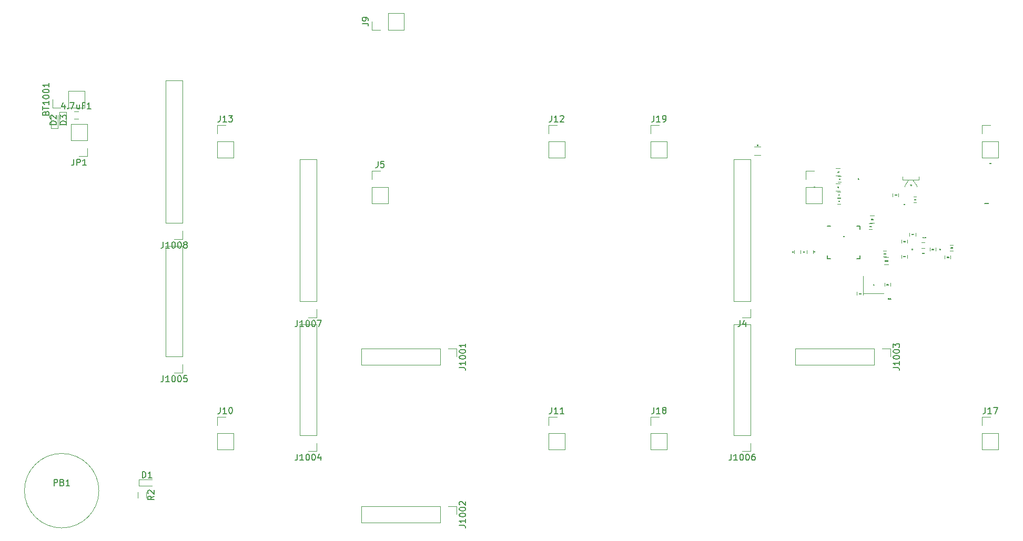
<source format=gbr>
G04 #@! TF.FileFunction,Legend,Top*
%FSLAX46Y46*%
G04 Gerber Fmt 4.6, Leading zero omitted, Abs format (unit mm)*
G04 Created by KiCad (PCBNEW 4.0.5) date 04/12/17 15:12:10*
%MOMM*%
%LPD*%
G01*
G04 APERTURE LIST*
%ADD10C,0.100000*%
%ADD11C,0.150000*%
%ADD12C,0.120000*%
%ADD13C,0.025400*%
%ADD14C,0.031750*%
G04 APERTURE END LIST*
D10*
D11*
X134832000Y51520000D02*
X134832000Y50995000D01*
X129582000Y46270000D02*
X129582000Y46795000D01*
X134832000Y46270000D02*
X134832000Y46795000D01*
X129582000Y51520000D02*
X130107000Y51520000D01*
X129582000Y46270000D02*
X130107000Y46270000D01*
X134832000Y46270000D02*
X134307000Y46270000D01*
X134832000Y51520000D02*
X134307000Y51520000D01*
D12*
X56264500Y57785000D02*
X56264500Y55185000D01*
X56264500Y55185000D02*
X58924500Y55185000D01*
X58924500Y55185000D02*
X58924500Y57785000D01*
X58924500Y57785000D02*
X56264500Y57785000D01*
X56264500Y59055000D02*
X56264500Y60385000D01*
X56264500Y60385000D02*
X57594500Y60385000D01*
X31372500Y65151000D02*
X31372500Y62551000D01*
X31372500Y62551000D02*
X34032500Y62551000D01*
X34032500Y62551000D02*
X34032500Y65151000D01*
X34032500Y65151000D02*
X31372500Y65151000D01*
X31372500Y66421000D02*
X31372500Y67751000D01*
X31372500Y67751000D02*
X32702500Y67751000D01*
X126114500Y57785000D02*
X126114500Y55185000D01*
X126114500Y55185000D02*
X128774500Y55185000D01*
X128774500Y55185000D02*
X128774500Y57785000D01*
X128774500Y57785000D02*
X126114500Y57785000D01*
X126114500Y59055000D02*
X126114500Y60385000D01*
X126114500Y60385000D02*
X127444500Y60385000D01*
X10474000Y65341500D02*
X10474000Y67941500D01*
X10474000Y67941500D02*
X7814000Y67941500D01*
X7814000Y67941500D02*
X7814000Y65341500D01*
X7814000Y65341500D02*
X10474000Y65341500D01*
X10474000Y64071500D02*
X10474000Y62741500D01*
X10474000Y62741500D02*
X9144000Y62741500D01*
X8349500Y69942000D02*
X9049500Y69942000D01*
X9049500Y68742000D02*
X8349500Y68742000D01*
X124307500Y47621000D02*
X124307500Y47121000D01*
X125247500Y47121000D02*
X125247500Y47621000D01*
X125323500Y47621000D02*
X125323500Y47121000D01*
X126263500Y47121000D02*
X126263500Y47621000D01*
X126339500Y47621000D02*
X126339500Y47121000D01*
X127279500Y47121000D02*
X127279500Y47621000D01*
X131195000Y55029000D02*
X131695000Y55029000D01*
X131695000Y55969000D02*
X131195000Y55969000D01*
X131668000Y57185000D02*
X130968000Y57185000D01*
X130968000Y58385000D02*
X131668000Y58385000D01*
X131195000Y56045000D02*
X131695000Y56045000D01*
X131695000Y56985000D02*
X131195000Y56985000D01*
X131322000Y58585000D02*
X131822000Y58585000D01*
X131822000Y59525000D02*
X131322000Y59525000D01*
X131668000Y59598000D02*
X130968000Y59598000D01*
X130968000Y60798000D02*
X131668000Y60798000D01*
X137129000Y51978000D02*
X136429000Y51978000D01*
X136429000Y53178000D02*
X137129000Y53178000D01*
X136275000Y50965000D02*
X136775000Y50965000D01*
X136775000Y51905000D02*
X136275000Y51905000D01*
X138561000Y46596200D02*
X139061000Y46596200D01*
X139061000Y47536200D02*
X138561000Y47536200D01*
X134378600Y40877300D02*
X134378600Y40377300D01*
X135318600Y40377300D02*
X135318600Y40877300D01*
X138795660Y42330180D02*
X138795660Y41830180D01*
X139735660Y41830180D02*
X139735660Y42330180D01*
X143950500Y56223000D02*
X143450500Y56223000D01*
X143450500Y55283000D02*
X143950500Y55283000D01*
X140119000Y56765000D02*
X140119000Y56265000D01*
X141059000Y56265000D02*
X141059000Y56765000D01*
X142849500Y50415000D02*
X142849500Y49915000D01*
X143789500Y49915000D02*
X143789500Y50415000D01*
X141516000Y49272000D02*
X141516000Y48772000D01*
X142456000Y48772000D02*
X142456000Y49272000D01*
X141516000Y46859000D02*
X141516000Y46359000D01*
X142456000Y46359000D02*
X142456000Y46859000D01*
X144784000Y47917000D02*
X145284000Y47917000D01*
X145284000Y48857000D02*
X144784000Y48857000D01*
X147028000Y47502000D02*
X147028000Y48002000D01*
X146088000Y48002000D02*
X146088000Y47502000D01*
X148501000Y46732000D02*
X148501000Y46232000D01*
X149441000Y46232000D02*
X149441000Y46732000D01*
X149356000Y47536000D02*
X149856000Y47536000D01*
X149856000Y48476000D02*
X149356000Y48476000D01*
X18766000Y10672700D02*
X18766000Y9672700D01*
X18766000Y9672700D02*
X20866000Y9672700D01*
X18766000Y10672700D02*
X20866000Y10672700D01*
X7090500Y69880000D02*
X5990500Y69880000D01*
X5990500Y69880000D02*
X5990500Y67780000D01*
X7090500Y69880000D02*
X7090500Y67780000D01*
X4593500Y67280000D02*
X5693500Y67280000D01*
X5693500Y67280000D02*
X5693500Y69380000D01*
X4593500Y67280000D02*
X4593500Y69380000D01*
X58864500Y83125000D02*
X61464500Y83125000D01*
X61464500Y83125000D02*
X61464500Y85785000D01*
X61464500Y85785000D02*
X58864500Y85785000D01*
X58864500Y85785000D02*
X58864500Y83125000D01*
X57594500Y83125000D02*
X56264500Y83125000D01*
X56264500Y83125000D02*
X56264500Y84455000D01*
X31372500Y18161000D02*
X31372500Y15561000D01*
X31372500Y15561000D02*
X34032500Y15561000D01*
X34032500Y15561000D02*
X34032500Y18161000D01*
X34032500Y18161000D02*
X31372500Y18161000D01*
X31372500Y19431000D02*
X31372500Y20761000D01*
X31372500Y20761000D02*
X32702500Y20761000D01*
X84712500Y18161000D02*
X84712500Y15561000D01*
X84712500Y15561000D02*
X87372500Y15561000D01*
X87372500Y15561000D02*
X87372500Y18161000D01*
X87372500Y18161000D02*
X84712500Y18161000D01*
X84712500Y19431000D02*
X84712500Y20761000D01*
X84712500Y20761000D02*
X86042500Y20761000D01*
X84712500Y65151000D02*
X84712500Y62551000D01*
X84712500Y62551000D02*
X87372500Y62551000D01*
X87372500Y62551000D02*
X87372500Y65151000D01*
X87372500Y65151000D02*
X84712500Y65151000D01*
X84712500Y66421000D02*
X84712500Y67751000D01*
X84712500Y67751000D02*
X86042500Y67751000D01*
X154499000Y65151000D02*
X154499000Y62551000D01*
X154499000Y62551000D02*
X157159000Y62551000D01*
X157159000Y62551000D02*
X157159000Y65151000D01*
X157159000Y65151000D02*
X154499000Y65151000D01*
X154499000Y66421000D02*
X154499000Y67751000D01*
X154499000Y67751000D02*
X155829000Y67751000D01*
X154499000Y18161000D02*
X154499000Y15561000D01*
X154499000Y15561000D02*
X157159000Y15561000D01*
X157159000Y15561000D02*
X157159000Y18161000D01*
X157159000Y18161000D02*
X154499000Y18161000D01*
X154499000Y19431000D02*
X154499000Y20761000D01*
X154499000Y20761000D02*
X155829000Y20761000D01*
X101159000Y18161000D02*
X101159000Y15561000D01*
X101159000Y15561000D02*
X103819000Y15561000D01*
X103819000Y15561000D02*
X103819000Y18161000D01*
X103819000Y18161000D02*
X101159000Y18161000D01*
X101159000Y19431000D02*
X101159000Y20761000D01*
X101159000Y20761000D02*
X102489000Y20761000D01*
X101159000Y65151000D02*
X101159000Y62551000D01*
X101159000Y62551000D02*
X103819000Y62551000D01*
X103819000Y62551000D02*
X103819000Y65151000D01*
X103819000Y65151000D02*
X101159000Y65151000D01*
X101159000Y66421000D02*
X101159000Y67751000D01*
X101159000Y67751000D02*
X102489000Y67751000D01*
D13*
X12344413Y8890000D02*
G75*
G03X12344413Y8890000I-5994413J0D01*
G01*
D12*
X18624000Y7691500D02*
X18624000Y8691500D01*
X19984000Y8691500D02*
X19984000Y7691500D01*
X117864000Y64307000D02*
X118864000Y64307000D01*
X118864000Y62947000D02*
X117864000Y62947000D01*
X135383000Y43449700D02*
X135383000Y40649700D01*
X135383000Y40649700D02*
X138683000Y40649700D01*
X144304500Y59450000D02*
X144304500Y58950000D01*
X144304500Y58950000D02*
X141704500Y58950000D01*
X141704500Y58950000D02*
X141704500Y59450000D01*
X143354500Y58950000D02*
X143954500Y58050000D01*
X143954500Y58050000D02*
X143954500Y57850000D01*
X142654500Y58950000D02*
X142054500Y58050000D01*
X142054500Y58050000D02*
X142054500Y57850000D01*
X139415000Y45323200D02*
X138715000Y45323200D01*
X138715000Y46523200D02*
X139415000Y46523200D01*
X117217500Y39370000D02*
X117217500Y62290000D01*
X117217500Y62290000D02*
X114557500Y62290000D01*
X114557500Y62290000D02*
X114557500Y39370000D01*
X114557500Y39370000D02*
X117217500Y39370000D01*
X117217500Y38100000D02*
X117217500Y36770000D01*
X117217500Y36770000D02*
X115887500Y36770000D01*
X67310000Y31810000D02*
X54550000Y31810000D01*
X54550000Y31810000D02*
X54550000Y29150000D01*
X54550000Y29150000D02*
X67310000Y29150000D01*
X67310000Y29150000D02*
X67310000Y31810000D01*
X68580000Y31810000D02*
X69910000Y31810000D01*
X69910000Y31810000D02*
X69910000Y30480000D01*
X67310000Y6410000D02*
X54550000Y6410000D01*
X54550000Y6410000D02*
X54550000Y3750000D01*
X54550000Y3750000D02*
X67310000Y3750000D01*
X67310000Y3750000D02*
X67310000Y6410000D01*
X68580000Y6410000D02*
X69910000Y6410000D01*
X69910000Y6410000D02*
X69910000Y5080000D01*
X137160000Y31810000D02*
X124400000Y31810000D01*
X124400000Y31810000D02*
X124400000Y29150000D01*
X124400000Y29150000D02*
X137160000Y29150000D01*
X137160000Y29150000D02*
X137160000Y31810000D01*
X138430000Y31810000D02*
X139760000Y31810000D01*
X139760000Y31810000D02*
X139760000Y30480000D01*
X47367500Y17843500D02*
X47367500Y35683500D01*
X47367500Y35683500D02*
X44707500Y35683500D01*
X44707500Y35683500D02*
X44707500Y17843500D01*
X44707500Y17843500D02*
X47367500Y17843500D01*
X47367500Y16573500D02*
X47367500Y15243500D01*
X47367500Y15243500D02*
X46037500Y15243500D01*
X25777500Y30480000D02*
X25777500Y48320000D01*
X25777500Y48320000D02*
X23117500Y48320000D01*
X23117500Y48320000D02*
X23117500Y30480000D01*
X23117500Y30480000D02*
X25777500Y30480000D01*
X25777500Y29210000D02*
X25777500Y27880000D01*
X25777500Y27880000D02*
X24447500Y27880000D01*
X117217500Y17843500D02*
X117217500Y35683500D01*
X117217500Y35683500D02*
X114557500Y35683500D01*
X114557500Y35683500D02*
X114557500Y17843500D01*
X114557500Y17843500D02*
X117217500Y17843500D01*
X117217500Y16573500D02*
X117217500Y15243500D01*
X117217500Y15243500D02*
X115887500Y15243500D01*
X47367500Y39370000D02*
X47367500Y62290000D01*
X47367500Y62290000D02*
X44707500Y62290000D01*
X44707500Y62290000D02*
X44707500Y39370000D01*
X44707500Y39370000D02*
X47367500Y39370000D01*
X47367500Y38100000D02*
X47367500Y36770000D01*
X47367500Y36770000D02*
X46037500Y36770000D01*
X25777500Y52006500D02*
X25777500Y74926500D01*
X25777500Y74926500D02*
X23117500Y74926500D01*
X23117500Y74926500D02*
X23117500Y52006500D01*
X23117500Y52006500D02*
X25777500Y52006500D01*
X25777500Y50736500D02*
X25777500Y49406500D01*
X25777500Y49406500D02*
X24447500Y49406500D01*
X7467600Y70577400D02*
X10067600Y70577400D01*
X10067600Y70577400D02*
X10067600Y73237400D01*
X10067600Y73237400D02*
X7467600Y73237400D01*
X7467600Y73237400D02*
X7467600Y70577400D01*
X6197600Y70577400D02*
X4867600Y70577400D01*
X4867600Y70577400D02*
X4867600Y71907400D01*
D14*
X154869905Y55158333D02*
X154930382Y55158333D01*
X154857810Y55122048D02*
X154900144Y55249048D01*
X154942477Y55122048D01*
X154984810Y55188571D02*
X155027143Y55188571D01*
X155045286Y55122048D02*
X154984810Y55122048D01*
X154984810Y55249048D01*
X155045286Y55249048D01*
X155166239Y55122048D02*
X155093667Y55122048D01*
X155129953Y55122048D02*
X155129953Y55249048D01*
X155117858Y55230905D01*
X155105763Y55218810D01*
X155093667Y55212762D01*
X155244858Y55249048D02*
X155256953Y55249048D01*
X155269048Y55243000D01*
X155275096Y55236952D01*
X155281143Y55224857D01*
X155287191Y55200667D01*
X155287191Y55170429D01*
X155281143Y55146238D01*
X155275096Y55134143D01*
X155269048Y55128095D01*
X155256953Y55122048D01*
X155244858Y55122048D01*
X155232762Y55128095D01*
X155226715Y55134143D01*
X155220667Y55146238D01*
X155214619Y55170429D01*
X155214619Y55200667D01*
X155220667Y55224857D01*
X155226715Y55236952D01*
X155232762Y55243000D01*
X155244858Y55249048D01*
X155365810Y55249048D02*
X155377905Y55249048D01*
X155390000Y55243000D01*
X155396048Y55236952D01*
X155402095Y55224857D01*
X155408143Y55200667D01*
X155408143Y55170429D01*
X155402095Y55146238D01*
X155396048Y55134143D01*
X155390000Y55128095D01*
X155377905Y55122048D01*
X155365810Y55122048D01*
X155353714Y55128095D01*
X155347667Y55134143D01*
X155341619Y55146238D01*
X155335571Y55170429D01*
X155335571Y55200667D01*
X155341619Y55224857D01*
X155347667Y55236952D01*
X155353714Y55243000D01*
X155365810Y55249048D01*
X155529095Y55122048D02*
X155456523Y55122048D01*
X155492809Y55122048D02*
X155492809Y55249048D01*
X155480714Y55230905D01*
X155468619Y55218810D01*
X155456523Y55212762D01*
X132115318Y49929748D02*
X132115318Y49826938D01*
X132121366Y49814843D01*
X132127413Y49808795D01*
X132139509Y49802748D01*
X132163699Y49802748D01*
X132175794Y49808795D01*
X132181842Y49814843D01*
X132187890Y49826938D01*
X132187890Y49929748D01*
X132314890Y49802748D02*
X132242318Y49802748D01*
X132278604Y49802748D02*
X132278604Y49929748D01*
X132266509Y49911605D01*
X132254414Y49899510D01*
X132242318Y49893462D01*
D11*
X57261167Y61932619D02*
X57261167Y61218333D01*
X57213547Y61075476D01*
X57118309Y60980238D01*
X56975452Y60932619D01*
X56880214Y60932619D01*
X58213548Y61932619D02*
X57737357Y61932619D01*
X57689738Y61456429D01*
X57737357Y61504048D01*
X57832595Y61551667D01*
X58070691Y61551667D01*
X58165929Y61504048D01*
X58213548Y61456429D01*
X58261167Y61361190D01*
X58261167Y61123095D01*
X58213548Y61027857D01*
X58165929Y60980238D01*
X58070691Y60932619D01*
X57832595Y60932619D01*
X57737357Y60980238D01*
X57689738Y61027857D01*
X31892977Y69298619D02*
X31892977Y68584333D01*
X31845357Y68441476D01*
X31750119Y68346238D01*
X31607262Y68298619D01*
X31512024Y68298619D01*
X32892977Y68298619D02*
X32321548Y68298619D01*
X32607262Y68298619D02*
X32607262Y69298619D01*
X32512024Y69155762D01*
X32416786Y69060524D01*
X32321548Y69012905D01*
X33226310Y69298619D02*
X33845358Y69298619D01*
X33512024Y68917667D01*
X33654882Y68917667D01*
X33750120Y68870048D01*
X33797739Y68822429D01*
X33845358Y68727190D01*
X33845358Y68489095D01*
X33797739Y68393857D01*
X33750120Y68346238D01*
X33654882Y68298619D01*
X33369167Y68298619D01*
X33273929Y68346238D01*
X33226310Y68393857D01*
D14*
X127359471Y57869788D02*
X127359471Y57779073D01*
X127353423Y57760930D01*
X127341328Y57748835D01*
X127323185Y57742788D01*
X127311090Y57742788D01*
X127413899Y57857692D02*
X127419947Y57863740D01*
X127432042Y57869788D01*
X127462280Y57869788D01*
X127474376Y57863740D01*
X127480423Y57857692D01*
X127486471Y57845597D01*
X127486471Y57833502D01*
X127480423Y57815359D01*
X127407852Y57742788D01*
X127486471Y57742788D01*
X127565090Y57869788D02*
X127577185Y57869788D01*
X127589280Y57863740D01*
X127595328Y57857692D01*
X127601375Y57845597D01*
X127607423Y57821407D01*
X127607423Y57791169D01*
X127601375Y57766978D01*
X127595328Y57754883D01*
X127589280Y57748835D01*
X127577185Y57742788D01*
X127565090Y57742788D01*
X127552994Y57748835D01*
X127546947Y57754883D01*
X127540899Y57766978D01*
X127534851Y57791169D01*
X127534851Y57821407D01*
X127540899Y57845597D01*
X127546947Y57857692D01*
X127552994Y57863740D01*
X127565090Y57869788D01*
D11*
X8310667Y62289119D02*
X8310667Y61574833D01*
X8263047Y61431976D01*
X8167809Y61336738D01*
X8024952Y61289119D01*
X7929714Y61289119D01*
X8786857Y61289119D02*
X8786857Y62289119D01*
X9167810Y62289119D01*
X9263048Y62241500D01*
X9310667Y62193881D01*
X9358286Y62098643D01*
X9358286Y61955786D01*
X9310667Y61860548D01*
X9263048Y61812929D01*
X9167810Y61765310D01*
X8786857Y61765310D01*
X10310667Y61289119D02*
X9739238Y61289119D01*
X10024952Y61289119D02*
X10024952Y62289119D01*
X9929714Y62146262D01*
X9834476Y62051024D01*
X9739238Y62003405D01*
X6818548Y71056286D02*
X6818548Y70389619D01*
X6580452Y71437238D02*
X6342357Y70722952D01*
X6961405Y70722952D01*
X7342357Y70484857D02*
X7389976Y70437238D01*
X7342357Y70389619D01*
X7294738Y70437238D01*
X7342357Y70484857D01*
X7342357Y70389619D01*
X7723309Y71389619D02*
X8389976Y71389619D01*
X7961404Y70389619D01*
X9199500Y71056286D02*
X9199500Y70389619D01*
X8770928Y71056286D02*
X8770928Y70532476D01*
X8818547Y70437238D01*
X8913785Y70389619D01*
X9056643Y70389619D01*
X9151881Y70437238D01*
X9199500Y70484857D01*
X10009024Y70913429D02*
X9675690Y70913429D01*
X9675690Y70389619D02*
X9675690Y71389619D01*
X10151881Y71389619D01*
X11056643Y70389619D02*
X10485214Y70389619D01*
X10770928Y70389619D02*
X10770928Y71389619D01*
X10675690Y71246762D01*
X10580452Y71151524D01*
X10485214Y71103905D01*
D14*
X123981634Y47300243D02*
X123975586Y47294195D01*
X123957443Y47288148D01*
X123945348Y47288148D01*
X123927205Y47294195D01*
X123915110Y47306290D01*
X123909062Y47318386D01*
X123903014Y47342576D01*
X123903014Y47360719D01*
X123909062Y47384910D01*
X123915110Y47397005D01*
X123927205Y47409100D01*
X123945348Y47415148D01*
X123957443Y47415148D01*
X123975586Y47409100D01*
X123981634Y47403052D01*
X124030014Y47403052D02*
X124036062Y47409100D01*
X124048157Y47415148D01*
X124078395Y47415148D01*
X124090491Y47409100D01*
X124096538Y47403052D01*
X124102586Y47390957D01*
X124102586Y47378862D01*
X124096538Y47360719D01*
X124023967Y47288148D01*
X124102586Y47288148D01*
X125785034Y47300243D02*
X125778986Y47294195D01*
X125760843Y47288148D01*
X125748748Y47288148D01*
X125730605Y47294195D01*
X125718510Y47306290D01*
X125712462Y47318386D01*
X125706414Y47342576D01*
X125706414Y47360719D01*
X125712462Y47384910D01*
X125718510Y47397005D01*
X125730605Y47409100D01*
X125748748Y47415148D01*
X125760843Y47415148D01*
X125778986Y47409100D01*
X125785034Y47403052D01*
X125827367Y47415148D02*
X125905986Y47415148D01*
X125863653Y47366767D01*
X125881795Y47366767D01*
X125893891Y47360719D01*
X125899938Y47354671D01*
X125905986Y47342576D01*
X125905986Y47312338D01*
X125899938Y47300243D01*
X125893891Y47294195D01*
X125881795Y47288148D01*
X125845510Y47288148D01*
X125833414Y47294195D01*
X125827367Y47300243D01*
X127461434Y47325643D02*
X127455386Y47319595D01*
X127437243Y47313548D01*
X127425148Y47313548D01*
X127407005Y47319595D01*
X127394910Y47331690D01*
X127388862Y47343786D01*
X127382814Y47367976D01*
X127382814Y47386119D01*
X127388862Y47410310D01*
X127394910Y47422405D01*
X127407005Y47434500D01*
X127425148Y47440548D01*
X127437243Y47440548D01*
X127455386Y47434500D01*
X127461434Y47428452D01*
X127570291Y47398214D02*
X127570291Y47313548D01*
X127540053Y47446595D02*
X127509814Y47355881D01*
X127588434Y47355881D01*
X131423834Y55453643D02*
X131417786Y55447595D01*
X131399643Y55441548D01*
X131387548Y55441548D01*
X131369405Y55447595D01*
X131357310Y55459690D01*
X131351262Y55471786D01*
X131345214Y55495976D01*
X131345214Y55514119D01*
X131351262Y55538310D01*
X131357310Y55550405D01*
X131369405Y55562500D01*
X131387548Y55568548D01*
X131399643Y55568548D01*
X131417786Y55562500D01*
X131423834Y55556452D01*
X131538738Y55568548D02*
X131478262Y55568548D01*
X131472214Y55508071D01*
X131478262Y55514119D01*
X131490357Y55520167D01*
X131520595Y55520167D01*
X131532691Y55514119D01*
X131538738Y55508071D01*
X131544786Y55495976D01*
X131544786Y55465738D01*
X131538738Y55453643D01*
X131532691Y55447595D01*
X131520595Y55441548D01*
X131490357Y55441548D01*
X131478262Y55447595D01*
X131472214Y55453643D01*
X131296834Y57734563D02*
X131290786Y57728515D01*
X131272643Y57722468D01*
X131260548Y57722468D01*
X131242405Y57728515D01*
X131230310Y57740610D01*
X131224262Y57752706D01*
X131218214Y57776896D01*
X131218214Y57795039D01*
X131224262Y57819230D01*
X131230310Y57831325D01*
X131242405Y57843420D01*
X131260548Y57849468D01*
X131272643Y57849468D01*
X131290786Y57843420D01*
X131296834Y57837372D01*
X131405691Y57849468D02*
X131381500Y57849468D01*
X131369405Y57843420D01*
X131363357Y57837372D01*
X131351262Y57819230D01*
X131345214Y57795039D01*
X131345214Y57746658D01*
X131351262Y57734563D01*
X131357310Y57728515D01*
X131369405Y57722468D01*
X131393595Y57722468D01*
X131405691Y57728515D01*
X131411738Y57734563D01*
X131417786Y57746658D01*
X131417786Y57776896D01*
X131411738Y57788991D01*
X131405691Y57795039D01*
X131393595Y57801087D01*
X131369405Y57801087D01*
X131357310Y57795039D01*
X131351262Y57788991D01*
X131345214Y57776896D01*
X131423834Y56469643D02*
X131417786Y56463595D01*
X131399643Y56457548D01*
X131387548Y56457548D01*
X131369405Y56463595D01*
X131357310Y56475690D01*
X131351262Y56487786D01*
X131345214Y56511976D01*
X131345214Y56530119D01*
X131351262Y56554310D01*
X131357310Y56566405D01*
X131369405Y56578500D01*
X131387548Y56584548D01*
X131399643Y56584548D01*
X131417786Y56578500D01*
X131423834Y56572452D01*
X131466167Y56584548D02*
X131550834Y56584548D01*
X131496405Y56457548D01*
X131550834Y59014723D02*
X131544786Y59008675D01*
X131526643Y59002628D01*
X131514548Y59002628D01*
X131496405Y59008675D01*
X131484310Y59020770D01*
X131478262Y59032866D01*
X131472214Y59057056D01*
X131472214Y59075199D01*
X131478262Y59099390D01*
X131484310Y59111485D01*
X131496405Y59123580D01*
X131514548Y59129628D01*
X131526643Y59129628D01*
X131544786Y59123580D01*
X131550834Y59117532D01*
X131623405Y59075199D02*
X131611310Y59081247D01*
X131605262Y59087294D01*
X131599214Y59099390D01*
X131599214Y59105437D01*
X131605262Y59117532D01*
X131611310Y59123580D01*
X131623405Y59129628D01*
X131647595Y59129628D01*
X131659691Y59123580D01*
X131665738Y59117532D01*
X131671786Y59105437D01*
X131671786Y59099390D01*
X131665738Y59087294D01*
X131659691Y59081247D01*
X131647595Y59075199D01*
X131623405Y59075199D01*
X131611310Y59069151D01*
X131605262Y59063104D01*
X131599214Y59051009D01*
X131599214Y59026818D01*
X131605262Y59014723D01*
X131611310Y59008675D01*
X131623405Y59002628D01*
X131647595Y59002628D01*
X131659691Y59008675D01*
X131665738Y59014723D01*
X131671786Y59026818D01*
X131671786Y59051009D01*
X131665738Y59063104D01*
X131659691Y59069151D01*
X131647595Y59075199D01*
X131306994Y60167883D02*
X131300946Y60161835D01*
X131282803Y60155788D01*
X131270708Y60155788D01*
X131252565Y60161835D01*
X131240470Y60173930D01*
X131234422Y60186026D01*
X131228374Y60210216D01*
X131228374Y60228359D01*
X131234422Y60252550D01*
X131240470Y60264645D01*
X131252565Y60276740D01*
X131270708Y60282788D01*
X131282803Y60282788D01*
X131300946Y60276740D01*
X131306994Y60270692D01*
X131367470Y60155788D02*
X131391660Y60155788D01*
X131403755Y60161835D01*
X131409803Y60167883D01*
X131421898Y60186026D01*
X131427946Y60210216D01*
X131427946Y60258597D01*
X131421898Y60270692D01*
X131415851Y60276740D01*
X131403755Y60282788D01*
X131379565Y60282788D01*
X131367470Y60276740D01*
X131361422Y60270692D01*
X131355374Y60258597D01*
X131355374Y60228359D01*
X131361422Y60216264D01*
X131367470Y60210216D01*
X131379565Y60204169D01*
X131403755Y60204169D01*
X131415851Y60210216D01*
X131421898Y60216264D01*
X131427946Y60228359D01*
X136697358Y52532643D02*
X136691310Y52526595D01*
X136673167Y52520548D01*
X136661072Y52520548D01*
X136642929Y52526595D01*
X136630834Y52538690D01*
X136624786Y52550786D01*
X136618738Y52574976D01*
X136618738Y52593119D01*
X136624786Y52617310D01*
X136630834Y52629405D01*
X136642929Y52641500D01*
X136661072Y52647548D01*
X136673167Y52647548D01*
X136691310Y52641500D01*
X136697358Y52635452D01*
X136818310Y52520548D02*
X136745738Y52520548D01*
X136782024Y52520548D02*
X136782024Y52647548D01*
X136769929Y52629405D01*
X136757834Y52617310D01*
X136745738Y52611262D01*
X136896929Y52647548D02*
X136909024Y52647548D01*
X136921119Y52641500D01*
X136927167Y52635452D01*
X136933214Y52623357D01*
X136939262Y52599167D01*
X136939262Y52568929D01*
X136933214Y52544738D01*
X136927167Y52532643D01*
X136921119Y52526595D01*
X136909024Y52520548D01*
X136896929Y52520548D01*
X136884833Y52526595D01*
X136878786Y52532643D01*
X136872738Y52544738D01*
X136866690Y52568929D01*
X136866690Y52599167D01*
X136872738Y52623357D01*
X136878786Y52635452D01*
X136884833Y52641500D01*
X136896929Y52647548D01*
X136458598Y51399803D02*
X136452550Y51393755D01*
X136434407Y51387708D01*
X136422312Y51387708D01*
X136404169Y51393755D01*
X136392074Y51405850D01*
X136386026Y51417946D01*
X136379978Y51442136D01*
X136379978Y51460279D01*
X136386026Y51484470D01*
X136392074Y51496565D01*
X136404169Y51508660D01*
X136422312Y51514708D01*
X136434407Y51514708D01*
X136452550Y51508660D01*
X136458598Y51502612D01*
X136579550Y51387708D02*
X136506978Y51387708D01*
X136543264Y51387708D02*
X136543264Y51514708D01*
X136531169Y51496565D01*
X136519074Y51484470D01*
X136506978Y51478422D01*
X136700502Y51387708D02*
X136627930Y51387708D01*
X136664216Y51387708D02*
X136664216Y51514708D01*
X136652121Y51496565D01*
X136640026Y51484470D01*
X136627930Y51478422D01*
X138729358Y47020843D02*
X138723310Y47014795D01*
X138705167Y47008748D01*
X138693072Y47008748D01*
X138674929Y47014795D01*
X138662834Y47026890D01*
X138656786Y47038986D01*
X138650738Y47063176D01*
X138650738Y47081319D01*
X138656786Y47105510D01*
X138662834Y47117605D01*
X138674929Y47129700D01*
X138693072Y47135748D01*
X138705167Y47135748D01*
X138723310Y47129700D01*
X138729358Y47123652D01*
X138850310Y47008748D02*
X138777738Y47008748D01*
X138814024Y47008748D02*
X138814024Y47135748D01*
X138801929Y47117605D01*
X138789834Y47105510D01*
X138777738Y47099462D01*
X138898690Y47123652D02*
X138904738Y47129700D01*
X138916833Y47135748D01*
X138947071Y47135748D01*
X138959167Y47129700D01*
X138965214Y47123652D01*
X138971262Y47111557D01*
X138971262Y47099462D01*
X138965214Y47081319D01*
X138892643Y47008748D01*
X138971262Y47008748D01*
X134769498Y40579403D02*
X134763450Y40573355D01*
X134745307Y40567308D01*
X134733212Y40567308D01*
X134715069Y40573355D01*
X134702974Y40585450D01*
X134696926Y40597546D01*
X134690878Y40621736D01*
X134690878Y40639879D01*
X134696926Y40664070D01*
X134702974Y40676165D01*
X134715069Y40688260D01*
X134733212Y40694308D01*
X134745307Y40694308D01*
X134763450Y40688260D01*
X134769498Y40682212D01*
X134890450Y40567308D02*
X134817878Y40567308D01*
X134854164Y40567308D02*
X134854164Y40694308D01*
X134842069Y40676165D01*
X134829974Y40664070D01*
X134817878Y40658022D01*
X134932783Y40694308D02*
X135011402Y40694308D01*
X134969069Y40645927D01*
X134987211Y40645927D01*
X134999307Y40639879D01*
X135005354Y40633831D01*
X135011402Y40621736D01*
X135011402Y40591498D01*
X135005354Y40579403D01*
X134999307Y40573355D01*
X134987211Y40567308D01*
X134950926Y40567308D01*
X134938830Y40573355D01*
X134932783Y40579403D01*
X139186558Y42034823D02*
X139180510Y42028775D01*
X139162367Y42022728D01*
X139150272Y42022728D01*
X139132129Y42028775D01*
X139120034Y42040870D01*
X139113986Y42052966D01*
X139107938Y42077156D01*
X139107938Y42095299D01*
X139113986Y42119490D01*
X139120034Y42131585D01*
X139132129Y42143680D01*
X139150272Y42149728D01*
X139162367Y42149728D01*
X139180510Y42143680D01*
X139186558Y42137632D01*
X139307510Y42022728D02*
X139234938Y42022728D01*
X139271224Y42022728D02*
X139271224Y42149728D01*
X139259129Y42131585D01*
X139247034Y42119490D01*
X139234938Y42113442D01*
X139416367Y42107394D02*
X139416367Y42022728D01*
X139386129Y42155775D02*
X139355890Y42065061D01*
X139434510Y42065061D01*
X143621398Y55712723D02*
X143615350Y55706675D01*
X143597207Y55700628D01*
X143585112Y55700628D01*
X143566969Y55706675D01*
X143554874Y55718770D01*
X143548826Y55730866D01*
X143542778Y55755056D01*
X143542778Y55773199D01*
X143548826Y55797390D01*
X143554874Y55809485D01*
X143566969Y55821580D01*
X143585112Y55827628D01*
X143597207Y55827628D01*
X143615350Y55821580D01*
X143621398Y55815532D01*
X143742350Y55700628D02*
X143669778Y55700628D01*
X143706064Y55700628D02*
X143706064Y55827628D01*
X143693969Y55809485D01*
X143681874Y55797390D01*
X143669778Y55791342D01*
X143857254Y55827628D02*
X143796778Y55827628D01*
X143790730Y55767151D01*
X143796778Y55773199D01*
X143808873Y55779247D01*
X143839111Y55779247D01*
X143851207Y55773199D01*
X143857254Y55767151D01*
X143863302Y55755056D01*
X143863302Y55724818D01*
X143857254Y55712723D01*
X143851207Y55706675D01*
X143839111Y55700628D01*
X143808873Y55700628D01*
X143796778Y55706675D01*
X143790730Y55712723D01*
X140507358Y56469643D02*
X140501310Y56463595D01*
X140483167Y56457548D01*
X140471072Y56457548D01*
X140452929Y56463595D01*
X140440834Y56475690D01*
X140434786Y56487786D01*
X140428738Y56511976D01*
X140428738Y56530119D01*
X140434786Y56554310D01*
X140440834Y56566405D01*
X140452929Y56578500D01*
X140471072Y56584548D01*
X140483167Y56584548D01*
X140501310Y56578500D01*
X140507358Y56572452D01*
X140628310Y56457548D02*
X140555738Y56457548D01*
X140592024Y56457548D02*
X140592024Y56584548D01*
X140579929Y56566405D01*
X140567834Y56554310D01*
X140555738Y56548262D01*
X140737167Y56584548D02*
X140712976Y56584548D01*
X140700881Y56578500D01*
X140694833Y56572452D01*
X140682738Y56554310D01*
X140676690Y56530119D01*
X140676690Y56481738D01*
X140682738Y56469643D01*
X140688786Y56463595D01*
X140700881Y56457548D01*
X140725071Y56457548D01*
X140737167Y56463595D01*
X140743214Y56469643D01*
X140749262Y56481738D01*
X140749262Y56511976D01*
X140743214Y56524071D01*
X140737167Y56530119D01*
X140725071Y56536167D01*
X140700881Y56536167D01*
X140688786Y56530119D01*
X140682738Y56524071D01*
X140676690Y56511976D01*
X143237858Y50122183D02*
X143231810Y50116135D01*
X143213667Y50110088D01*
X143201572Y50110088D01*
X143183429Y50116135D01*
X143171334Y50128230D01*
X143165286Y50140326D01*
X143159238Y50164516D01*
X143159238Y50182659D01*
X143165286Y50206850D01*
X143171334Y50218945D01*
X143183429Y50231040D01*
X143201572Y50237088D01*
X143213667Y50237088D01*
X143231810Y50231040D01*
X143237858Y50224992D01*
X143358810Y50110088D02*
X143286238Y50110088D01*
X143322524Y50110088D02*
X143322524Y50237088D01*
X143310429Y50218945D01*
X143298334Y50206850D01*
X143286238Y50200802D01*
X143401143Y50237088D02*
X143485810Y50237088D01*
X143431381Y50110088D01*
X141909438Y48976643D02*
X141903390Y48970595D01*
X141885247Y48964548D01*
X141873152Y48964548D01*
X141855009Y48970595D01*
X141842914Y48982690D01*
X141836866Y48994786D01*
X141830818Y49018976D01*
X141830818Y49037119D01*
X141836866Y49061310D01*
X141842914Y49073405D01*
X141855009Y49085500D01*
X141873152Y49091548D01*
X141885247Y49091548D01*
X141903390Y49085500D01*
X141909438Y49079452D01*
X142030390Y48964548D02*
X141957818Y48964548D01*
X141994104Y48964548D02*
X141994104Y49091548D01*
X141982009Y49073405D01*
X141969914Y49061310D01*
X141957818Y49055262D01*
X142102961Y49037119D02*
X142090866Y49043167D01*
X142084818Y49049214D01*
X142078770Y49061310D01*
X142078770Y49067357D01*
X142084818Y49079452D01*
X142090866Y49085500D01*
X142102961Y49091548D01*
X142127151Y49091548D01*
X142139247Y49085500D01*
X142145294Y49079452D01*
X142151342Y49067357D01*
X142151342Y49061310D01*
X142145294Y49049214D01*
X142139247Y49043167D01*
X142127151Y49037119D01*
X142102961Y49037119D01*
X142090866Y49031071D01*
X142084818Y49025024D01*
X142078770Y49012929D01*
X142078770Y48988738D01*
X142084818Y48976643D01*
X142090866Y48970595D01*
X142102961Y48964548D01*
X142127151Y48964548D01*
X142139247Y48970595D01*
X142145294Y48976643D01*
X142151342Y48988738D01*
X142151342Y49012929D01*
X142145294Y49025024D01*
X142139247Y49031071D01*
X142127151Y49037119D01*
X141904358Y46563643D02*
X141898310Y46557595D01*
X141880167Y46551548D01*
X141868072Y46551548D01*
X141849929Y46557595D01*
X141837834Y46569690D01*
X141831786Y46581786D01*
X141825738Y46605976D01*
X141825738Y46624119D01*
X141831786Y46648310D01*
X141837834Y46660405D01*
X141849929Y46672500D01*
X141868072Y46678548D01*
X141880167Y46678548D01*
X141898310Y46672500D01*
X141904358Y46666452D01*
X142025310Y46551548D02*
X141952738Y46551548D01*
X141989024Y46551548D02*
X141989024Y46678548D01*
X141976929Y46660405D01*
X141964834Y46648310D01*
X141952738Y46642262D01*
X142085786Y46551548D02*
X142109976Y46551548D01*
X142122071Y46557595D01*
X142128119Y46563643D01*
X142140214Y46581786D01*
X142146262Y46605976D01*
X142146262Y46654357D01*
X142140214Y46666452D01*
X142134167Y46672500D01*
X142122071Y46678548D01*
X142097881Y46678548D01*
X142085786Y46672500D01*
X142079738Y46666452D01*
X142073690Y46654357D01*
X142073690Y46624119D01*
X142079738Y46612024D01*
X142085786Y46605976D01*
X142097881Y46599929D01*
X142122071Y46599929D01*
X142134167Y46605976D01*
X142140214Y46612024D01*
X142146262Y46624119D01*
X144952358Y47071643D02*
X144946310Y47065595D01*
X144928167Y47059548D01*
X144916072Y47059548D01*
X144897929Y47065595D01*
X144885834Y47077690D01*
X144879786Y47089786D01*
X144873738Y47113976D01*
X144873738Y47132119D01*
X144879786Y47156310D01*
X144885834Y47168405D01*
X144897929Y47180500D01*
X144916072Y47186548D01*
X144928167Y47186548D01*
X144946310Y47180500D01*
X144952358Y47174452D01*
X145000738Y47174452D02*
X145006786Y47180500D01*
X145018881Y47186548D01*
X145049119Y47186548D01*
X145061215Y47180500D01*
X145067262Y47174452D01*
X145073310Y47162357D01*
X145073310Y47150262D01*
X145067262Y47132119D01*
X144994691Y47059548D01*
X145073310Y47059548D01*
X145151929Y47186548D02*
X145164024Y47186548D01*
X145176119Y47180500D01*
X145182167Y47174452D01*
X145188214Y47162357D01*
X145194262Y47138167D01*
X145194262Y47107929D01*
X145188214Y47083738D01*
X145182167Y47071643D01*
X145176119Y47065595D01*
X145164024Y47059548D01*
X145151929Y47059548D01*
X145139833Y47065595D01*
X145133786Y47071643D01*
X145127738Y47083738D01*
X145121690Y47107929D01*
X145121690Y47138167D01*
X145127738Y47162357D01*
X145133786Y47174452D01*
X145139833Y47180500D01*
X145151929Y47186548D01*
X146476358Y47706643D02*
X146470310Y47700595D01*
X146452167Y47694548D01*
X146440072Y47694548D01*
X146421929Y47700595D01*
X146409834Y47712690D01*
X146403786Y47724786D01*
X146397738Y47748976D01*
X146397738Y47767119D01*
X146403786Y47791310D01*
X146409834Y47803405D01*
X146421929Y47815500D01*
X146440072Y47821548D01*
X146452167Y47821548D01*
X146470310Y47815500D01*
X146476358Y47809452D01*
X146524738Y47809452D02*
X146530786Y47815500D01*
X146542881Y47821548D01*
X146573119Y47821548D01*
X146585215Y47815500D01*
X146591262Y47809452D01*
X146597310Y47797357D01*
X146597310Y47785262D01*
X146591262Y47767119D01*
X146518691Y47694548D01*
X146597310Y47694548D01*
X146718262Y47694548D02*
X146645690Y47694548D01*
X146681976Y47694548D02*
X146681976Y47821548D01*
X146669881Y47803405D01*
X146657786Y47791310D01*
X146645690Y47785262D01*
X148889358Y46436643D02*
X148883310Y46430595D01*
X148865167Y46424548D01*
X148853072Y46424548D01*
X148834929Y46430595D01*
X148822834Y46442690D01*
X148816786Y46454786D01*
X148810738Y46478976D01*
X148810738Y46497119D01*
X148816786Y46521310D01*
X148822834Y46533405D01*
X148834929Y46545500D01*
X148853072Y46551548D01*
X148865167Y46551548D01*
X148883310Y46545500D01*
X148889358Y46539452D01*
X148937738Y46539452D02*
X148943786Y46545500D01*
X148955881Y46551548D01*
X148986119Y46551548D01*
X148998215Y46545500D01*
X149004262Y46539452D01*
X149010310Y46527357D01*
X149010310Y46515262D01*
X149004262Y46497119D01*
X148931691Y46424548D01*
X149010310Y46424548D01*
X149058690Y46539452D02*
X149064738Y46545500D01*
X149076833Y46551548D01*
X149107071Y46551548D01*
X149119167Y46545500D01*
X149125214Y46539452D01*
X149131262Y46527357D01*
X149131262Y46515262D01*
X149125214Y46497119D01*
X149052643Y46424548D01*
X149131262Y46424548D01*
X149498958Y47960643D02*
X149492910Y47954595D01*
X149474767Y47948548D01*
X149462672Y47948548D01*
X149444529Y47954595D01*
X149432434Y47966690D01*
X149426386Y47978786D01*
X149420338Y48002976D01*
X149420338Y48021119D01*
X149426386Y48045310D01*
X149432434Y48057405D01*
X149444529Y48069500D01*
X149462672Y48075548D01*
X149474767Y48075548D01*
X149492910Y48069500D01*
X149498958Y48063452D01*
X149547338Y48063452D02*
X149553386Y48069500D01*
X149565481Y48075548D01*
X149595719Y48075548D01*
X149607815Y48069500D01*
X149613862Y48063452D01*
X149619910Y48051357D01*
X149619910Y48039262D01*
X149613862Y48021119D01*
X149541291Y47948548D01*
X149619910Y47948548D01*
X149662243Y48075548D02*
X149740862Y48075548D01*
X149698529Y48027167D01*
X149716671Y48027167D01*
X149728767Y48021119D01*
X149734814Y48015071D01*
X149740862Y48002976D01*
X149740862Y47972738D01*
X149734814Y47960643D01*
X149728767Y47954595D01*
X149716671Y47948548D01*
X149680386Y47948548D01*
X149668290Y47954595D01*
X149662243Y47960643D01*
D11*
X19327905Y10970319D02*
X19327905Y11970319D01*
X19566000Y11970319D01*
X19708858Y11922700D01*
X19804096Y11827462D01*
X19851715Y11732224D01*
X19899334Y11541748D01*
X19899334Y11398890D01*
X19851715Y11208414D01*
X19804096Y11113176D01*
X19708858Y11017938D01*
X19566000Y10970319D01*
X19327905Y10970319D01*
X20851715Y10970319D02*
X20280286Y10970319D01*
X20566000Y10970319D02*
X20566000Y11970319D01*
X20470762Y11827462D01*
X20375524Y11732224D01*
X20280286Y11684605D01*
X5492881Y67841905D02*
X4492881Y67841905D01*
X4492881Y68080000D01*
X4540500Y68222858D01*
X4635738Y68318096D01*
X4730976Y68365715D01*
X4921452Y68413334D01*
X5064310Y68413334D01*
X5254786Y68365715D01*
X5350024Y68318096D01*
X5445262Y68222858D01*
X5492881Y68080000D01*
X5492881Y67841905D01*
X4588119Y68794286D02*
X4540500Y68841905D01*
X4492881Y68937143D01*
X4492881Y69175239D01*
X4540500Y69270477D01*
X4588119Y69318096D01*
X4683357Y69365715D01*
X4778595Y69365715D01*
X4921452Y69318096D01*
X5492881Y68746667D01*
X5492881Y69365715D01*
X7095881Y67841905D02*
X6095881Y67841905D01*
X6095881Y68080000D01*
X6143500Y68222858D01*
X6238738Y68318096D01*
X6333976Y68365715D01*
X6524452Y68413334D01*
X6667310Y68413334D01*
X6857786Y68365715D01*
X6953024Y68318096D01*
X7048262Y68222858D01*
X7095881Y68080000D01*
X7095881Y67841905D01*
X6095881Y68746667D02*
X6095881Y69365715D01*
X6476833Y69032381D01*
X6476833Y69175239D01*
X6524452Y69270477D01*
X6572071Y69318096D01*
X6667310Y69365715D01*
X6905405Y69365715D01*
X7000643Y69318096D01*
X7048262Y69270477D01*
X7095881Y69175239D01*
X7095881Y68889524D01*
X7048262Y68794286D01*
X7000643Y68746667D01*
X54716881Y84121667D02*
X55431167Y84121667D01*
X55574024Y84074047D01*
X55669262Y83978809D01*
X55716881Y83835952D01*
X55716881Y83740714D01*
X55716881Y84645476D02*
X55716881Y84835952D01*
X55669262Y84931191D01*
X55621643Y84978810D01*
X55478786Y85074048D01*
X55288310Y85121667D01*
X54907357Y85121667D01*
X54812119Y85074048D01*
X54764500Y85026429D01*
X54716881Y84931191D01*
X54716881Y84740714D01*
X54764500Y84645476D01*
X54812119Y84597857D01*
X54907357Y84550238D01*
X55145452Y84550238D01*
X55240690Y84597857D01*
X55288310Y84645476D01*
X55335929Y84740714D01*
X55335929Y84931191D01*
X55288310Y85026429D01*
X55240690Y85074048D01*
X55145452Y85121667D01*
X31892977Y22308619D02*
X31892977Y21594333D01*
X31845357Y21451476D01*
X31750119Y21356238D01*
X31607262Y21308619D01*
X31512024Y21308619D01*
X32892977Y21308619D02*
X32321548Y21308619D01*
X32607262Y21308619D02*
X32607262Y22308619D01*
X32512024Y22165762D01*
X32416786Y22070524D01*
X32321548Y22022905D01*
X33512024Y22308619D02*
X33607263Y22308619D01*
X33702501Y22261000D01*
X33750120Y22213381D01*
X33797739Y22118143D01*
X33845358Y21927667D01*
X33845358Y21689571D01*
X33797739Y21499095D01*
X33750120Y21403857D01*
X33702501Y21356238D01*
X33607263Y21308619D01*
X33512024Y21308619D01*
X33416786Y21356238D01*
X33369167Y21403857D01*
X33321548Y21499095D01*
X33273929Y21689571D01*
X33273929Y21927667D01*
X33321548Y22118143D01*
X33369167Y22213381D01*
X33416786Y22261000D01*
X33512024Y22308619D01*
X85232977Y22308619D02*
X85232977Y21594333D01*
X85185357Y21451476D01*
X85090119Y21356238D01*
X84947262Y21308619D01*
X84852024Y21308619D01*
X86232977Y21308619D02*
X85661548Y21308619D01*
X85947262Y21308619D02*
X85947262Y22308619D01*
X85852024Y22165762D01*
X85756786Y22070524D01*
X85661548Y22022905D01*
X87185358Y21308619D02*
X86613929Y21308619D01*
X86899643Y21308619D02*
X86899643Y22308619D01*
X86804405Y22165762D01*
X86709167Y22070524D01*
X86613929Y22022905D01*
X85232977Y69298619D02*
X85232977Y68584333D01*
X85185357Y68441476D01*
X85090119Y68346238D01*
X84947262Y68298619D01*
X84852024Y68298619D01*
X86232977Y68298619D02*
X85661548Y68298619D01*
X85947262Y68298619D02*
X85947262Y69298619D01*
X85852024Y69155762D01*
X85756786Y69060524D01*
X85661548Y69012905D01*
X86613929Y69203381D02*
X86661548Y69251000D01*
X86756786Y69298619D01*
X86994882Y69298619D01*
X87090120Y69251000D01*
X87137739Y69203381D01*
X87185358Y69108143D01*
X87185358Y69012905D01*
X87137739Y68870048D01*
X86566310Y68298619D01*
X87185358Y68298619D01*
D14*
X155690631Y61669628D02*
X155690631Y61578913D01*
X155684583Y61560770D01*
X155672488Y61548675D01*
X155654345Y61542628D01*
X155642250Y61542628D01*
X155817631Y61542628D02*
X155745059Y61542628D01*
X155781345Y61542628D02*
X155781345Y61669628D01*
X155769250Y61651485D01*
X155757155Y61639390D01*
X155745059Y61633342D01*
X155926488Y61669628D02*
X155902297Y61669628D01*
X155890202Y61663580D01*
X155884154Y61657532D01*
X155872059Y61639390D01*
X155866011Y61615199D01*
X155866011Y61566818D01*
X155872059Y61554723D01*
X155878107Y61548675D01*
X155890202Y61542628D01*
X155914392Y61542628D01*
X155926488Y61548675D01*
X155932535Y61554723D01*
X155938583Y61566818D01*
X155938583Y61597056D01*
X155932535Y61609151D01*
X155926488Y61615199D01*
X155914392Y61621247D01*
X155890202Y61621247D01*
X155878107Y61615199D01*
X155872059Y61609151D01*
X155866011Y61597056D01*
D11*
X155019477Y22308619D02*
X155019477Y21594333D01*
X154971857Y21451476D01*
X154876619Y21356238D01*
X154733762Y21308619D01*
X154638524Y21308619D01*
X156019477Y21308619D02*
X155448048Y21308619D01*
X155733762Y21308619D02*
X155733762Y22308619D01*
X155638524Y22165762D01*
X155543286Y22070524D01*
X155448048Y22022905D01*
X156352810Y22308619D02*
X157019477Y22308619D01*
X156590905Y21308619D01*
X101679477Y22308619D02*
X101679477Y21594333D01*
X101631857Y21451476D01*
X101536619Y21356238D01*
X101393762Y21308619D01*
X101298524Y21308619D01*
X102679477Y21308619D02*
X102108048Y21308619D01*
X102393762Y21308619D02*
X102393762Y22308619D01*
X102298524Y22165762D01*
X102203286Y22070524D01*
X102108048Y22022905D01*
X103250905Y21880048D02*
X103155667Y21927667D01*
X103108048Y21975286D01*
X103060429Y22070524D01*
X103060429Y22118143D01*
X103108048Y22213381D01*
X103155667Y22261000D01*
X103250905Y22308619D01*
X103441382Y22308619D01*
X103536620Y22261000D01*
X103584239Y22213381D01*
X103631858Y22118143D01*
X103631858Y22070524D01*
X103584239Y21975286D01*
X103536620Y21927667D01*
X103441382Y21880048D01*
X103250905Y21880048D01*
X103155667Y21832429D01*
X103108048Y21784810D01*
X103060429Y21689571D01*
X103060429Y21499095D01*
X103108048Y21403857D01*
X103155667Y21356238D01*
X103250905Y21308619D01*
X103441382Y21308619D01*
X103536620Y21356238D01*
X103584239Y21403857D01*
X103631858Y21499095D01*
X103631858Y21689571D01*
X103584239Y21784810D01*
X103536620Y21832429D01*
X103441382Y21880048D01*
X101679477Y69298619D02*
X101679477Y68584333D01*
X101631857Y68441476D01*
X101536619Y68346238D01*
X101393762Y68298619D01*
X101298524Y68298619D01*
X102679477Y68298619D02*
X102108048Y68298619D01*
X102393762Y68298619D02*
X102393762Y69298619D01*
X102298524Y69155762D01*
X102203286Y69060524D01*
X102108048Y69012905D01*
X103155667Y68298619D02*
X103346143Y68298619D01*
X103441382Y68346238D01*
X103489001Y68393857D01*
X103584239Y68536714D01*
X103631858Y68727190D01*
X103631858Y69108143D01*
X103584239Y69203381D01*
X103536620Y69251000D01*
X103441382Y69298619D01*
X103250905Y69298619D01*
X103155667Y69251000D01*
X103108048Y69203381D01*
X103060429Y69108143D01*
X103060429Y68870048D01*
X103108048Y68774810D01*
X103155667Y68727190D01*
X103250905Y68679571D01*
X103441382Y68679571D01*
X103536620Y68727190D01*
X103584239Y68774810D01*
X103631858Y68870048D01*
D14*
X134535333Y59063588D02*
X134474857Y59063588D01*
X134474857Y59190588D01*
X134644191Y59063588D02*
X134571619Y59063588D01*
X134607905Y59063588D02*
X134607905Y59190588D01*
X134595810Y59172445D01*
X134583715Y59160350D01*
X134571619Y59154302D01*
X144946310Y49599548D02*
X144885834Y49599548D01*
X144885834Y49726548D01*
X145055168Y49599548D02*
X144982596Y49599548D01*
X145018882Y49599548D02*
X145018882Y49726548D01*
X145006787Y49708405D01*
X144994692Y49696310D01*
X144982596Y49690262D01*
X145109596Y49647929D02*
X145206358Y49647929D01*
X145260786Y49635833D02*
X145321263Y49635833D01*
X145248691Y49599548D02*
X145291025Y49726548D01*
X145333358Y49599548D01*
X145442215Y49599548D02*
X145369643Y49599548D01*
X145405929Y49599548D02*
X145405929Y49726548D01*
X145393834Y49708405D01*
X145381739Y49696310D01*
X145369643Y49690262D01*
X141914033Y54933548D02*
X141853557Y54933548D01*
X141853557Y55060548D01*
X141950319Y55048452D02*
X141956367Y55054500D01*
X141968462Y55060548D01*
X141998700Y55060548D01*
X142010796Y55054500D01*
X142016843Y55048452D01*
X142022891Y55036357D01*
X142022891Y55024262D01*
X142016843Y55006119D01*
X141944272Y54933548D01*
X142022891Y54933548D01*
X139388548Y39744348D02*
X139328072Y39744348D01*
X139328072Y39871348D01*
X139424834Y39859252D02*
X139430882Y39865300D01*
X139442977Y39871348D01*
X139473215Y39871348D01*
X139485311Y39865300D01*
X139491358Y39859252D01*
X139497406Y39847157D01*
X139497406Y39835062D01*
X139491358Y39816919D01*
X139418787Y39744348D01*
X139497406Y39744348D01*
X139521596Y39732252D02*
X139618358Y39732252D01*
X139642548Y39780633D02*
X139703025Y39780633D01*
X139630453Y39744348D02*
X139672787Y39871348D01*
X139715120Y39744348D01*
X139823977Y39744348D02*
X139751405Y39744348D01*
X139787691Y39744348D02*
X139787691Y39871348D01*
X139775596Y39853205D01*
X139763501Y39841110D01*
X139751405Y39835062D01*
X143234833Y47694548D02*
X143174357Y47694548D01*
X143174357Y47821548D01*
X143265072Y47821548D02*
X143343691Y47821548D01*
X143301358Y47773167D01*
X143319500Y47773167D01*
X143331596Y47767119D01*
X143337643Y47761071D01*
X143343691Y47748976D01*
X143343691Y47718738D01*
X143337643Y47706643D01*
X143331596Y47700595D01*
X143319500Y47694548D01*
X143283215Y47694548D01*
X143271119Y47700595D01*
X143265072Y47706643D01*
X147679833Y47694548D02*
X147619357Y47694548D01*
X147619357Y47821548D01*
X147776596Y47779214D02*
X147776596Y47694548D01*
X147746358Y47827595D02*
X147716119Y47736881D01*
X147794739Y47736881D01*
D11*
X5111905Y9707619D02*
X5111905Y10707619D01*
X5492858Y10707619D01*
X5588096Y10660000D01*
X5635715Y10612381D01*
X5683334Y10517143D01*
X5683334Y10374286D01*
X5635715Y10279048D01*
X5588096Y10231429D01*
X5492858Y10183810D01*
X5111905Y10183810D01*
X6445239Y10231429D02*
X6588096Y10183810D01*
X6635715Y10136190D01*
X6683334Y10040952D01*
X6683334Y9898095D01*
X6635715Y9802857D01*
X6588096Y9755238D01*
X6492858Y9707619D01*
X6111905Y9707619D01*
X6111905Y10707619D01*
X6445239Y10707619D01*
X6540477Y10660000D01*
X6588096Y10612381D01*
X6635715Y10517143D01*
X6635715Y10421905D01*
X6588096Y10326667D01*
X6540477Y10279048D01*
X6445239Y10231429D01*
X6111905Y10231429D01*
X7635715Y9707619D02*
X7064286Y9707619D01*
X7350000Y9707619D02*
X7350000Y10707619D01*
X7254762Y10564762D01*
X7159524Y10469524D01*
X7064286Y10421905D01*
X21206381Y8024834D02*
X20730190Y7691500D01*
X21206381Y7453405D02*
X20206381Y7453405D01*
X20206381Y7834358D01*
X20254000Y7929596D01*
X20301619Y7977215D01*
X20396857Y8024834D01*
X20539714Y8024834D01*
X20634952Y7977215D01*
X20682571Y7929596D01*
X20730190Y7834358D01*
X20730190Y7453405D01*
X20301619Y8405786D02*
X20254000Y8453405D01*
X20206381Y8548643D01*
X20206381Y8786739D01*
X20254000Y8881977D01*
X20301619Y8929596D01*
X20396857Y8977215D01*
X20492095Y8977215D01*
X20634952Y8929596D01*
X21206381Y8358167D01*
X21206381Y8977215D01*
D14*
X118327594Y64494108D02*
X118285260Y64554584D01*
X118255022Y64494108D02*
X118255022Y64621108D01*
X118303403Y64621108D01*
X118315498Y64615060D01*
X118321546Y64609012D01*
X118327594Y64596917D01*
X118327594Y64578774D01*
X118321546Y64566679D01*
X118315498Y64560631D01*
X118303403Y64554584D01*
X118255022Y64554584D01*
X118400165Y64566679D02*
X118388070Y64572727D01*
X118382022Y64578774D01*
X118375974Y64590870D01*
X118375974Y64596917D01*
X118382022Y64609012D01*
X118388070Y64615060D01*
X118400165Y64621108D01*
X118424355Y64621108D01*
X118436451Y64615060D01*
X118442498Y64609012D01*
X118448546Y64596917D01*
X118448546Y64590870D01*
X118442498Y64578774D01*
X118436451Y64572727D01*
X118424355Y64566679D01*
X118400165Y64566679D01*
X118388070Y64560631D01*
X118382022Y64554584D01*
X118375974Y64542489D01*
X118375974Y64518298D01*
X118382022Y64506203D01*
X118388070Y64500155D01*
X118400165Y64494108D01*
X118424355Y64494108D01*
X118436451Y64500155D01*
X118442498Y64506203D01*
X118448546Y64518298D01*
X118448546Y64542489D01*
X118442498Y64554584D01*
X118436451Y64560631D01*
X118424355Y64566679D01*
X136969985Y42055264D02*
X136969985Y41994788D01*
X136927651Y42121788D02*
X136969985Y42055264D01*
X137012318Y42121788D01*
X137121175Y41994788D02*
X137048603Y41994788D01*
X137084889Y41994788D02*
X137084889Y42121788D01*
X137072794Y42103645D01*
X137060699Y42091550D01*
X137048603Y42085502D01*
X142966925Y58118224D02*
X142966925Y58057748D01*
X142924591Y58184748D02*
X142966925Y58118224D01*
X143009258Y58184748D01*
X143045543Y58172652D02*
X143051591Y58178700D01*
X143063686Y58184748D01*
X143093924Y58184748D01*
X143106020Y58178700D01*
X143112067Y58172652D01*
X143118115Y58160557D01*
X143118115Y58148462D01*
X143112067Y58130319D01*
X143039496Y58057748D01*
X143118115Y58057748D01*
X138887806Y45877843D02*
X138881758Y45871795D01*
X138863615Y45865748D01*
X138851520Y45865748D01*
X138833377Y45871795D01*
X138821282Y45883890D01*
X138815234Y45895986D01*
X138809186Y45920176D01*
X138809186Y45938319D01*
X138815234Y45962510D01*
X138821282Y45974605D01*
X138833377Y45986700D01*
X138851520Y45992748D01*
X138863615Y45992748D01*
X138881758Y45986700D01*
X138887806Y45980652D01*
X139008758Y45865748D02*
X138936186Y45865748D01*
X138972472Y45865748D02*
X138972472Y45992748D01*
X138960377Y45974605D01*
X138948282Y45962510D01*
X138936186Y45956462D01*
X139087377Y45992748D02*
X139099472Y45992748D01*
X139111567Y45986700D01*
X139117615Y45980652D01*
X139123662Y45968557D01*
X139129710Y45944367D01*
X139129710Y45914129D01*
X139123662Y45889938D01*
X139117615Y45877843D01*
X139111567Y45871795D01*
X139099472Y45865748D01*
X139087377Y45865748D01*
X139075281Y45871795D01*
X139069234Y45877843D01*
X139063186Y45889938D01*
X139057138Y45914129D01*
X139057138Y45944367D01*
X139063186Y45968557D01*
X139069234Y45980652D01*
X139075281Y45986700D01*
X139087377Y45992748D01*
X139208329Y45992748D02*
X139220424Y45992748D01*
X139232519Y45986700D01*
X139238567Y45980652D01*
X139244614Y45968557D01*
X139250662Y45944367D01*
X139250662Y45914129D01*
X139244614Y45889938D01*
X139238567Y45877843D01*
X139232519Y45871795D01*
X139220424Y45865748D01*
X139208329Y45865748D01*
X139196233Y45871795D01*
X139190186Y45877843D01*
X139184138Y45889938D01*
X139178090Y45914129D01*
X139178090Y45944367D01*
X139184138Y45968557D01*
X139190186Y45980652D01*
X139196233Y45986700D01*
X139208329Y45992748D01*
X139371614Y45865748D02*
X139299042Y45865748D01*
X139335328Y45865748D02*
X139335328Y45992748D01*
X139323233Y45974605D01*
X139311138Y45962510D01*
X139299042Y45956462D01*
D11*
X115554167Y36317619D02*
X115554167Y35603333D01*
X115506547Y35460476D01*
X115411309Y35365238D01*
X115268452Y35317619D01*
X115173214Y35317619D01*
X116458929Y35984286D02*
X116458929Y35317619D01*
X116220833Y36365238D02*
X115982738Y35650952D01*
X116601786Y35650952D01*
X70362381Y28718096D02*
X71076667Y28718096D01*
X71219524Y28670476D01*
X71314762Y28575238D01*
X71362381Y28432381D01*
X71362381Y28337143D01*
X71362381Y29718096D02*
X71362381Y29146667D01*
X71362381Y29432381D02*
X70362381Y29432381D01*
X70505238Y29337143D01*
X70600476Y29241905D01*
X70648095Y29146667D01*
X70362381Y30337143D02*
X70362381Y30432382D01*
X70410000Y30527620D01*
X70457619Y30575239D01*
X70552857Y30622858D01*
X70743333Y30670477D01*
X70981429Y30670477D01*
X71171905Y30622858D01*
X71267143Y30575239D01*
X71314762Y30527620D01*
X71362381Y30432382D01*
X71362381Y30337143D01*
X71314762Y30241905D01*
X71267143Y30194286D01*
X71171905Y30146667D01*
X70981429Y30099048D01*
X70743333Y30099048D01*
X70552857Y30146667D01*
X70457619Y30194286D01*
X70410000Y30241905D01*
X70362381Y30337143D01*
X70362381Y31289524D02*
X70362381Y31384763D01*
X70410000Y31480001D01*
X70457619Y31527620D01*
X70552857Y31575239D01*
X70743333Y31622858D01*
X70981429Y31622858D01*
X71171905Y31575239D01*
X71267143Y31527620D01*
X71314762Y31480001D01*
X71362381Y31384763D01*
X71362381Y31289524D01*
X71314762Y31194286D01*
X71267143Y31146667D01*
X71171905Y31099048D01*
X70981429Y31051429D01*
X70743333Y31051429D01*
X70552857Y31099048D01*
X70457619Y31146667D01*
X70410000Y31194286D01*
X70362381Y31289524D01*
X71362381Y32575239D02*
X71362381Y32003810D01*
X71362381Y32289524D02*
X70362381Y32289524D01*
X70505238Y32194286D01*
X70600476Y32099048D01*
X70648095Y32003810D01*
X70362381Y3318096D02*
X71076667Y3318096D01*
X71219524Y3270476D01*
X71314762Y3175238D01*
X71362381Y3032381D01*
X71362381Y2937143D01*
X71362381Y4318096D02*
X71362381Y3746667D01*
X71362381Y4032381D02*
X70362381Y4032381D01*
X70505238Y3937143D01*
X70600476Y3841905D01*
X70648095Y3746667D01*
X70362381Y4937143D02*
X70362381Y5032382D01*
X70410000Y5127620D01*
X70457619Y5175239D01*
X70552857Y5222858D01*
X70743333Y5270477D01*
X70981429Y5270477D01*
X71171905Y5222858D01*
X71267143Y5175239D01*
X71314762Y5127620D01*
X71362381Y5032382D01*
X71362381Y4937143D01*
X71314762Y4841905D01*
X71267143Y4794286D01*
X71171905Y4746667D01*
X70981429Y4699048D01*
X70743333Y4699048D01*
X70552857Y4746667D01*
X70457619Y4794286D01*
X70410000Y4841905D01*
X70362381Y4937143D01*
X70362381Y5889524D02*
X70362381Y5984763D01*
X70410000Y6080001D01*
X70457619Y6127620D01*
X70552857Y6175239D01*
X70743333Y6222858D01*
X70981429Y6222858D01*
X71171905Y6175239D01*
X71267143Y6127620D01*
X71314762Y6080001D01*
X71362381Y5984763D01*
X71362381Y5889524D01*
X71314762Y5794286D01*
X71267143Y5746667D01*
X71171905Y5699048D01*
X70981429Y5651429D01*
X70743333Y5651429D01*
X70552857Y5699048D01*
X70457619Y5746667D01*
X70410000Y5794286D01*
X70362381Y5889524D01*
X70457619Y6603810D02*
X70410000Y6651429D01*
X70362381Y6746667D01*
X70362381Y6984763D01*
X70410000Y7080001D01*
X70457619Y7127620D01*
X70552857Y7175239D01*
X70648095Y7175239D01*
X70790952Y7127620D01*
X71362381Y6556191D01*
X71362381Y7175239D01*
X140212381Y28718096D02*
X140926667Y28718096D01*
X141069524Y28670476D01*
X141164762Y28575238D01*
X141212381Y28432381D01*
X141212381Y28337143D01*
X141212381Y29718096D02*
X141212381Y29146667D01*
X141212381Y29432381D02*
X140212381Y29432381D01*
X140355238Y29337143D01*
X140450476Y29241905D01*
X140498095Y29146667D01*
X140212381Y30337143D02*
X140212381Y30432382D01*
X140260000Y30527620D01*
X140307619Y30575239D01*
X140402857Y30622858D01*
X140593333Y30670477D01*
X140831429Y30670477D01*
X141021905Y30622858D01*
X141117143Y30575239D01*
X141164762Y30527620D01*
X141212381Y30432382D01*
X141212381Y30337143D01*
X141164762Y30241905D01*
X141117143Y30194286D01*
X141021905Y30146667D01*
X140831429Y30099048D01*
X140593333Y30099048D01*
X140402857Y30146667D01*
X140307619Y30194286D01*
X140260000Y30241905D01*
X140212381Y30337143D01*
X140212381Y31289524D02*
X140212381Y31384763D01*
X140260000Y31480001D01*
X140307619Y31527620D01*
X140402857Y31575239D01*
X140593333Y31622858D01*
X140831429Y31622858D01*
X141021905Y31575239D01*
X141117143Y31527620D01*
X141164762Y31480001D01*
X141212381Y31384763D01*
X141212381Y31289524D01*
X141164762Y31194286D01*
X141117143Y31146667D01*
X141021905Y31099048D01*
X140831429Y31051429D01*
X140593333Y31051429D01*
X140402857Y31099048D01*
X140307619Y31146667D01*
X140260000Y31194286D01*
X140212381Y31289524D01*
X140212381Y31956191D02*
X140212381Y32575239D01*
X140593333Y32241905D01*
X140593333Y32384763D01*
X140640952Y32480001D01*
X140688571Y32527620D01*
X140783810Y32575239D01*
X141021905Y32575239D01*
X141117143Y32527620D01*
X141164762Y32480001D01*
X141212381Y32384763D01*
X141212381Y32099048D01*
X141164762Y32003810D01*
X141117143Y31956191D01*
X44275596Y14791119D02*
X44275596Y14076833D01*
X44227976Y13933976D01*
X44132738Y13838738D01*
X43989881Y13791119D01*
X43894643Y13791119D01*
X45275596Y13791119D02*
X44704167Y13791119D01*
X44989881Y13791119D02*
X44989881Y14791119D01*
X44894643Y14648262D01*
X44799405Y14553024D01*
X44704167Y14505405D01*
X45894643Y14791119D02*
X45989882Y14791119D01*
X46085120Y14743500D01*
X46132739Y14695881D01*
X46180358Y14600643D01*
X46227977Y14410167D01*
X46227977Y14172071D01*
X46180358Y13981595D01*
X46132739Y13886357D01*
X46085120Y13838738D01*
X45989882Y13791119D01*
X45894643Y13791119D01*
X45799405Y13838738D01*
X45751786Y13886357D01*
X45704167Y13981595D01*
X45656548Y14172071D01*
X45656548Y14410167D01*
X45704167Y14600643D01*
X45751786Y14695881D01*
X45799405Y14743500D01*
X45894643Y14791119D01*
X46847024Y14791119D02*
X46942263Y14791119D01*
X47037501Y14743500D01*
X47085120Y14695881D01*
X47132739Y14600643D01*
X47180358Y14410167D01*
X47180358Y14172071D01*
X47132739Y13981595D01*
X47085120Y13886357D01*
X47037501Y13838738D01*
X46942263Y13791119D01*
X46847024Y13791119D01*
X46751786Y13838738D01*
X46704167Y13886357D01*
X46656548Y13981595D01*
X46608929Y14172071D01*
X46608929Y14410167D01*
X46656548Y14600643D01*
X46704167Y14695881D01*
X46751786Y14743500D01*
X46847024Y14791119D01*
X48037501Y14457786D02*
X48037501Y13791119D01*
X47799405Y14838738D02*
X47561310Y14124452D01*
X48180358Y14124452D01*
X22685596Y27427619D02*
X22685596Y26713333D01*
X22637976Y26570476D01*
X22542738Y26475238D01*
X22399881Y26427619D01*
X22304643Y26427619D01*
X23685596Y26427619D02*
X23114167Y26427619D01*
X23399881Y26427619D02*
X23399881Y27427619D01*
X23304643Y27284762D01*
X23209405Y27189524D01*
X23114167Y27141905D01*
X24304643Y27427619D02*
X24399882Y27427619D01*
X24495120Y27380000D01*
X24542739Y27332381D01*
X24590358Y27237143D01*
X24637977Y27046667D01*
X24637977Y26808571D01*
X24590358Y26618095D01*
X24542739Y26522857D01*
X24495120Y26475238D01*
X24399882Y26427619D01*
X24304643Y26427619D01*
X24209405Y26475238D01*
X24161786Y26522857D01*
X24114167Y26618095D01*
X24066548Y26808571D01*
X24066548Y27046667D01*
X24114167Y27237143D01*
X24161786Y27332381D01*
X24209405Y27380000D01*
X24304643Y27427619D01*
X25257024Y27427619D02*
X25352263Y27427619D01*
X25447501Y27380000D01*
X25495120Y27332381D01*
X25542739Y27237143D01*
X25590358Y27046667D01*
X25590358Y26808571D01*
X25542739Y26618095D01*
X25495120Y26522857D01*
X25447501Y26475238D01*
X25352263Y26427619D01*
X25257024Y26427619D01*
X25161786Y26475238D01*
X25114167Y26522857D01*
X25066548Y26618095D01*
X25018929Y26808571D01*
X25018929Y27046667D01*
X25066548Y27237143D01*
X25114167Y27332381D01*
X25161786Y27380000D01*
X25257024Y27427619D01*
X26495120Y27427619D02*
X26018929Y27427619D01*
X25971310Y26951429D01*
X26018929Y26999048D01*
X26114167Y27046667D01*
X26352263Y27046667D01*
X26447501Y26999048D01*
X26495120Y26951429D01*
X26542739Y26856190D01*
X26542739Y26618095D01*
X26495120Y26522857D01*
X26447501Y26475238D01*
X26352263Y26427619D01*
X26114167Y26427619D01*
X26018929Y26475238D01*
X25971310Y26522857D01*
X114125596Y14791119D02*
X114125596Y14076833D01*
X114077976Y13933976D01*
X113982738Y13838738D01*
X113839881Y13791119D01*
X113744643Y13791119D01*
X115125596Y13791119D02*
X114554167Y13791119D01*
X114839881Y13791119D02*
X114839881Y14791119D01*
X114744643Y14648262D01*
X114649405Y14553024D01*
X114554167Y14505405D01*
X115744643Y14791119D02*
X115839882Y14791119D01*
X115935120Y14743500D01*
X115982739Y14695881D01*
X116030358Y14600643D01*
X116077977Y14410167D01*
X116077977Y14172071D01*
X116030358Y13981595D01*
X115982739Y13886357D01*
X115935120Y13838738D01*
X115839882Y13791119D01*
X115744643Y13791119D01*
X115649405Y13838738D01*
X115601786Y13886357D01*
X115554167Y13981595D01*
X115506548Y14172071D01*
X115506548Y14410167D01*
X115554167Y14600643D01*
X115601786Y14695881D01*
X115649405Y14743500D01*
X115744643Y14791119D01*
X116697024Y14791119D02*
X116792263Y14791119D01*
X116887501Y14743500D01*
X116935120Y14695881D01*
X116982739Y14600643D01*
X117030358Y14410167D01*
X117030358Y14172071D01*
X116982739Y13981595D01*
X116935120Y13886357D01*
X116887501Y13838738D01*
X116792263Y13791119D01*
X116697024Y13791119D01*
X116601786Y13838738D01*
X116554167Y13886357D01*
X116506548Y13981595D01*
X116458929Y14172071D01*
X116458929Y14410167D01*
X116506548Y14600643D01*
X116554167Y14695881D01*
X116601786Y14743500D01*
X116697024Y14791119D01*
X117887501Y14791119D02*
X117697024Y14791119D01*
X117601786Y14743500D01*
X117554167Y14695881D01*
X117458929Y14553024D01*
X117411310Y14362548D01*
X117411310Y13981595D01*
X117458929Y13886357D01*
X117506548Y13838738D01*
X117601786Y13791119D01*
X117792263Y13791119D01*
X117887501Y13838738D01*
X117935120Y13886357D01*
X117982739Y13981595D01*
X117982739Y14219690D01*
X117935120Y14314929D01*
X117887501Y14362548D01*
X117792263Y14410167D01*
X117601786Y14410167D01*
X117506548Y14362548D01*
X117458929Y14314929D01*
X117411310Y14219690D01*
X44275596Y36317619D02*
X44275596Y35603333D01*
X44227976Y35460476D01*
X44132738Y35365238D01*
X43989881Y35317619D01*
X43894643Y35317619D01*
X45275596Y35317619D02*
X44704167Y35317619D01*
X44989881Y35317619D02*
X44989881Y36317619D01*
X44894643Y36174762D01*
X44799405Y36079524D01*
X44704167Y36031905D01*
X45894643Y36317619D02*
X45989882Y36317619D01*
X46085120Y36270000D01*
X46132739Y36222381D01*
X46180358Y36127143D01*
X46227977Y35936667D01*
X46227977Y35698571D01*
X46180358Y35508095D01*
X46132739Y35412857D01*
X46085120Y35365238D01*
X45989882Y35317619D01*
X45894643Y35317619D01*
X45799405Y35365238D01*
X45751786Y35412857D01*
X45704167Y35508095D01*
X45656548Y35698571D01*
X45656548Y35936667D01*
X45704167Y36127143D01*
X45751786Y36222381D01*
X45799405Y36270000D01*
X45894643Y36317619D01*
X46847024Y36317619D02*
X46942263Y36317619D01*
X47037501Y36270000D01*
X47085120Y36222381D01*
X47132739Y36127143D01*
X47180358Y35936667D01*
X47180358Y35698571D01*
X47132739Y35508095D01*
X47085120Y35412857D01*
X47037501Y35365238D01*
X46942263Y35317619D01*
X46847024Y35317619D01*
X46751786Y35365238D01*
X46704167Y35412857D01*
X46656548Y35508095D01*
X46608929Y35698571D01*
X46608929Y35936667D01*
X46656548Y36127143D01*
X46704167Y36222381D01*
X46751786Y36270000D01*
X46847024Y36317619D01*
X47513691Y36317619D02*
X48180358Y36317619D01*
X47751786Y35317619D01*
X22685596Y48954119D02*
X22685596Y48239833D01*
X22637976Y48096976D01*
X22542738Y48001738D01*
X22399881Y47954119D01*
X22304643Y47954119D01*
X23685596Y47954119D02*
X23114167Y47954119D01*
X23399881Y47954119D02*
X23399881Y48954119D01*
X23304643Y48811262D01*
X23209405Y48716024D01*
X23114167Y48668405D01*
X24304643Y48954119D02*
X24399882Y48954119D01*
X24495120Y48906500D01*
X24542739Y48858881D01*
X24590358Y48763643D01*
X24637977Y48573167D01*
X24637977Y48335071D01*
X24590358Y48144595D01*
X24542739Y48049357D01*
X24495120Y48001738D01*
X24399882Y47954119D01*
X24304643Y47954119D01*
X24209405Y48001738D01*
X24161786Y48049357D01*
X24114167Y48144595D01*
X24066548Y48335071D01*
X24066548Y48573167D01*
X24114167Y48763643D01*
X24161786Y48858881D01*
X24209405Y48906500D01*
X24304643Y48954119D01*
X25257024Y48954119D02*
X25352263Y48954119D01*
X25447501Y48906500D01*
X25495120Y48858881D01*
X25542739Y48763643D01*
X25590358Y48573167D01*
X25590358Y48335071D01*
X25542739Y48144595D01*
X25495120Y48049357D01*
X25447501Y48001738D01*
X25352263Y47954119D01*
X25257024Y47954119D01*
X25161786Y48001738D01*
X25114167Y48049357D01*
X25066548Y48144595D01*
X25018929Y48335071D01*
X25018929Y48573167D01*
X25066548Y48763643D01*
X25114167Y48858881D01*
X25161786Y48906500D01*
X25257024Y48954119D01*
X26161786Y48525548D02*
X26066548Y48573167D01*
X26018929Y48620786D01*
X25971310Y48716024D01*
X25971310Y48763643D01*
X26018929Y48858881D01*
X26066548Y48906500D01*
X26161786Y48954119D01*
X26352263Y48954119D01*
X26447501Y48906500D01*
X26495120Y48858881D01*
X26542739Y48763643D01*
X26542739Y48716024D01*
X26495120Y48620786D01*
X26447501Y48573167D01*
X26352263Y48525548D01*
X26161786Y48525548D01*
X26066548Y48477929D01*
X26018929Y48430310D01*
X25971310Y48335071D01*
X25971310Y48144595D01*
X26018929Y48049357D01*
X26066548Y48001738D01*
X26161786Y47954119D01*
X26352263Y47954119D01*
X26447501Y48001738D01*
X26495120Y48049357D01*
X26542739Y48144595D01*
X26542739Y48335071D01*
X26495120Y48430310D01*
X26447501Y48477929D01*
X26352263Y48525548D01*
X3796171Y69693115D02*
X3843790Y69835972D01*
X3891410Y69883591D01*
X3986648Y69931210D01*
X4129505Y69931210D01*
X4224743Y69883591D01*
X4272362Y69835972D01*
X4319981Y69740734D01*
X4319981Y69359781D01*
X3319981Y69359781D01*
X3319981Y69693115D01*
X3367600Y69788353D01*
X3415219Y69835972D01*
X3510457Y69883591D01*
X3605695Y69883591D01*
X3700933Y69835972D01*
X3748552Y69788353D01*
X3796171Y69693115D01*
X3796171Y69359781D01*
X3319981Y70216924D02*
X3319981Y70788353D01*
X4319981Y70502638D02*
X3319981Y70502638D01*
X4319981Y71645496D02*
X4319981Y71074067D01*
X4319981Y71359781D02*
X3319981Y71359781D01*
X3462838Y71264543D01*
X3558076Y71169305D01*
X3605695Y71074067D01*
X3319981Y72264543D02*
X3319981Y72359782D01*
X3367600Y72455020D01*
X3415219Y72502639D01*
X3510457Y72550258D01*
X3700933Y72597877D01*
X3939029Y72597877D01*
X4129505Y72550258D01*
X4224743Y72502639D01*
X4272362Y72455020D01*
X4319981Y72359782D01*
X4319981Y72264543D01*
X4272362Y72169305D01*
X4224743Y72121686D01*
X4129505Y72074067D01*
X3939029Y72026448D01*
X3700933Y72026448D01*
X3510457Y72074067D01*
X3415219Y72121686D01*
X3367600Y72169305D01*
X3319981Y72264543D01*
X3319981Y73216924D02*
X3319981Y73312163D01*
X3367600Y73407401D01*
X3415219Y73455020D01*
X3510457Y73502639D01*
X3700933Y73550258D01*
X3939029Y73550258D01*
X4129505Y73502639D01*
X4224743Y73455020D01*
X4272362Y73407401D01*
X4319981Y73312163D01*
X4319981Y73216924D01*
X4272362Y73121686D01*
X4224743Y73074067D01*
X4129505Y73026448D01*
X3939029Y72978829D01*
X3700933Y72978829D01*
X3510457Y73026448D01*
X3415219Y73074067D01*
X3367600Y73121686D01*
X3319981Y73216924D01*
X4319981Y74502639D02*
X4319981Y73931210D01*
X4319981Y74216924D02*
X3319981Y74216924D01*
X3462838Y74121686D01*
X3558076Y74026448D01*
X3605695Y73931210D01*
M02*

</source>
